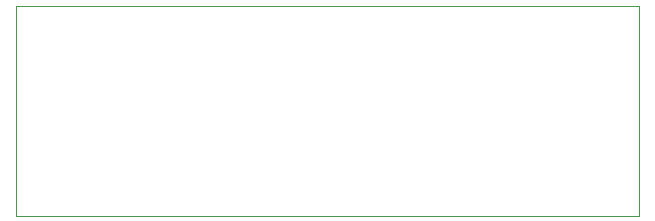
<source format=gm1>
G04 #@! TF.GenerationSoftware,KiCad,Pcbnew,(5.1.2)-1*
G04 #@! TF.CreationDate,2019-07-15T17:46:34-04:00*
G04 #@! TF.ProjectId,Charger Prototype,43686172-6765-4722-9050-726f746f7479,v1.0*
G04 #@! TF.SameCoordinates,Original*
G04 #@! TF.FileFunction,Profile,NP*
%FSLAX46Y46*%
G04 Gerber Fmt 4.6, Leading zero omitted, Abs format (unit mm)*
G04 Created by KiCad (PCBNEW (5.1.2)-1) date 2019-07-15 17:46:34*
%MOMM*%
%LPD*%
G04 APERTURE LIST*
%ADD10C,0.025400*%
G04 APERTURE END LIST*
D10*
X100126800Y-101600000D02*
X100126800Y-83820000D01*
X152908000Y-101600000D02*
X100126800Y-101600000D01*
X152908000Y-83820000D02*
X152908000Y-101600000D01*
X100126800Y-83820000D02*
X152908000Y-83820000D01*
M02*

</source>
